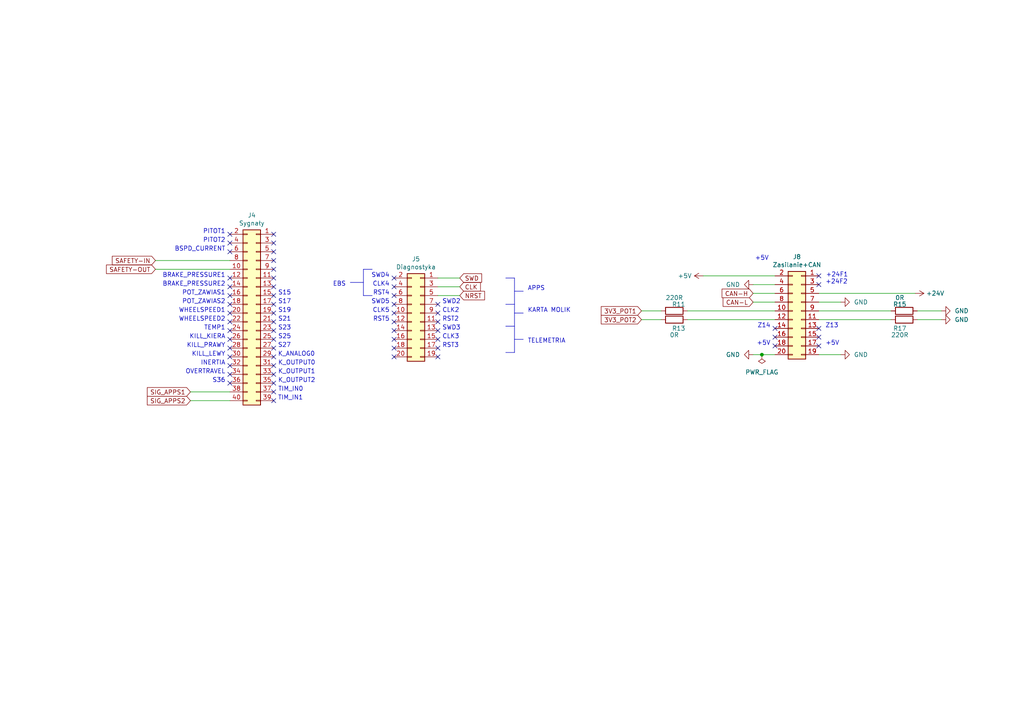
<source format=kicad_sch>
(kicad_sch (version 20230121) (generator eeschema)
  (paper "A4")
  (lib_symbols
    (symbol "Device:R" (pin_numbers hide) (pin_names (offset 0))
      (property "Reference" "R" (at 2.032 0 90))
      (property "Value" "R" (at 0 0 90))
      (symbol "R_0_1"
        (rectangle (start -1.016 -2.54) (end 1.016 2.54) (stroke (width 0.254)))
      )
      (symbol "R_1_1"
        (pin passive line (at 0 3.81 270) (length 1.27) (name "~") (number "1"))
        (pin passive line (at 0 -3.81 90) (length 1.27) (name "~") (number "2"))
      )
    )
    (symbol "conn_02x10_odd_even:Conn_02x10_Odd_Even" (pin_names (offset 1.016) hide)
      (property "Reference" "J" (at 1.27 12.7 0))
      (property "Value" "conn_02x10_odd_even_Conn_02x10_Odd_Even" (at 1.27 -15.24 0))
      (symbol "Conn_02x10_Odd_Even_1_1"
        (rectangle (start -1.27 -12.573) (end 0 -12.827) (stroke (width 0.1524)))
        (rectangle (start -1.27 -10.033) (end 0 -10.287) (stroke (width 0.1524)))
        (rectangle (start -1.27 -7.493) (end 0 -7.747) (stroke (width 0.1524)))
        (rectangle (start -1.27 -4.953) (end 0 -5.207) (stroke (width 0.1524)))
        (rectangle (start -1.27 -2.413) (end 0 -2.667) (stroke (width 0.1524)))
        (rectangle (start -1.27 0.127) (end 0 -0.127) (stroke (width 0.1524)))
        (rectangle (start -1.27 2.667) (end 0 2.413) (stroke (width 0.1524)))
        (rectangle (start -1.27 5.207) (end 0 4.953) (stroke (width 0.1524)))
        (rectangle (start -1.27 7.747) (end 0 7.493) (stroke (width 0.1524)))
        (rectangle (start -1.27 10.287) (end 0 10.033) (stroke (width 0.1524)))
        (rectangle (start -1.27 11.43) (end 3.81 -13.97) (stroke (width 0.254)) (fill (type background)))
        (rectangle (start 3.81 -12.573) (end 2.54 -12.827) (stroke (width 0.1524)))
        (rectangle (start 3.81 -10.033) (end 2.54 -10.287) (stroke (width 0.1524)))
        (rectangle (start 3.81 -7.493) (end 2.54 -7.747) (stroke (width 0.1524)))
        (rectangle (start 3.81 -4.953) (end 2.54 -5.207) (stroke (width 0.1524)))
        (rectangle (start 3.81 -2.413) (end 2.54 -2.667) (stroke (width 0.1524)))
        (rectangle (start 3.81 0.127) (end 2.54 -0.127) (stroke (width 0.1524)))
        (rectangle (start 3.81 2.667) (end 2.54 2.413) (stroke (width 0.1524)))
        (rectangle (start 3.81 5.207) (end 2.54 4.953) (stroke (width 0.1524)))
        (rectangle (start 3.81 7.747) (end 2.54 7.493) (stroke (width 0.1524)))
        (rectangle (start 3.81 10.287) (end 2.54 10.033) (stroke (width 0.1524)))
        (pin passive line (at 7.62 10.16 180) (length 3.81) (name "Pin_1") (number "1"))
        (pin passive line (at -5.08 0 0) (length 3.81) (name "Pin_10") (number "10"))
        (pin passive line (at 7.62 -2.54 180) (length 3.81) (name "Pin_11") (number "11"))
        (pin passive line (at -5.08 -2.54 0) (length 3.81) (name "Pin_12") (number "12"))
        (pin passive line (at 7.62 -5.08 180) (length 3.81) (name "Pin_13") (number "13"))
        (pin passive line (at -5.08 -5.08 0) (length 3.81) (name "Pin_14") (number "14"))
        (pin passive line (at 7.62 -7.62 180) (length 3.81) (name "Pin_15") (number "15"))
        (pin passive line (at -5.08 -7.62 0) (length 3.81) (name "Pin_16") (number "16"))
        (pin passive line (at 7.62 -10.16 180) (length 3.81) (name "Pin_17") (number "17"))
        (pin passive line (at -5.08 -10.16 0) (length 3.81) (name "Pin_18") (number "18"))
        (pin passive line (at 7.62 -12.7 180) (length 3.81) (name "Pin_19") (number "19"))
        (pin passive line (at -5.08 10.16 0) (length 3.81) (name "Pin_2") (number "2"))
        (pin passive line (at -5.08 -12.7 0) (length 3.81) (name "Pin_20") (number "20"))
        (pin passive line (at 7.62 7.62 180) (length 3.81) (name "Pin_3") (number "3"))
        (pin passive line (at -5.08 7.62 0) (length 3.81) (name "Pin_4") (number "4"))
        (pin passive line (at 7.62 5.08 180) (length 3.81) (name "Pin_5") (number "5"))
        (pin passive line (at -5.08 5.08 0) (length 3.81) (name "Pin_6") (number "6"))
        (pin passive line (at 7.62 2.54 180) (length 3.81) (name "Pin_7") (number "7"))
        (pin passive line (at -5.08 2.54 0) (length 3.81) (name "Pin_8") (number "8"))
        (pin passive line (at 7.62 0 180) (length 3.81) (name "Pin_9") (number "9"))
      )
    )
    (symbol "conn_02x20_odd_even:Conn_02x20_Odd_Even" (pin_names (offset 1.016) hide)
      (property "Reference" "J" (at 1.27 25.4 0))
      (property "Value" "conn_02x20_odd_even_Conn_02x20_Odd_Even" (at 30.48 -25.4 0))
      (symbol "Conn_02x20_Odd_Even_1_1"
        (rectangle (start -1.27 -25.273) (end 0 -25.527) (stroke (width 0.1524)))
        (rectangle (start -1.27 -22.733) (end 0 -22.987) (stroke (width 0.1524)))
        (rectangle (start -1.27 -20.193) (end 0 -20.447) (stroke (width 0.1524)))
        (rectangle (start -1.27 -17.653) (end 0 -17.907) (stroke (width 0.1524)))
        (rectangle (start -1.27 -15.113) (end 0 -15.367) (stroke (width 0.1524)))
        (rectangle (start -1.27 -12.573) (end 0 -12.827) (stroke (width 0.1524)))
        (rectangle (start -1.27 -10.033) (end 0 -10.287) (stroke (width 0.1524)))
        (rectangle (start -1.27 -7.493) (end 0 -7.747) (stroke (width 0.1524)))
        (rectangle (start -1.27 -4.953) (end 0 -5.207) (stroke (width 0.1524)))
        (rectangle (start -1.27 -2.413) (end 0 -2.667) (stroke (width 0.1524)))
        (rectangle (start -1.27 0.127) (end 0 -0.127) (stroke (width 0.1524)))
        (rectangle (start -1.27 2.667) (end 0 2.413) (stroke (width 0.1524)))
        (rectangle (start -1.27 5.207) (end 0 4.953) (stroke (width 0.1524)))
        (rectangle (start -1.27 7.747) (end 0 7.493) (stroke (width 0.1524)))
        (rectangle (start -1.27 10.287) (end 0 10.033) (stroke (width 0.1524)))
        (rectangle (start -1.27 12.827) (end 0 12.573) (stroke (width 0.1524)))
        (rectangle (start -1.27 15.367) (end 0 15.113) (stroke (width 0.1524)))
        (rectangle (start -1.27 17.907) (end 0 17.653) (stroke (width 0.1524)))
        (rectangle (start -1.27 20.447) (end 0 20.193) (stroke (width 0.1524)))
        (rectangle (start -1.27 22.987) (end 0 22.733) (stroke (width 0.1524)))
        (rectangle (start -1.27 24.13) (end 3.81 -26.67) (stroke (width 0.254)) (fill (type background)))
        (rectangle (start 3.81 -25.273) (end 2.54 -25.527) (stroke (width 0.1524)))
        (rectangle (start 3.81 -22.733) (end 2.54 -22.987) (stroke (width 0.1524)))
        (rectangle (start 3.81 -20.193) (end 2.54 -20.447) (stroke (width 0.1524)))
        (rectangle (start 3.81 -17.653) (end 2.54 -17.907) (stroke (width 0.1524)))
        (rectangle (start 3.81 -15.113) (end 2.54 -15.367) (stroke (width 0.1524)))
        (rectangle (start 3.81 -12.573) (end 2.54 -12.827) (stroke (width 0.1524)))
        (rectangle (start 3.81 -10.033) (end 2.54 -10.287) (stroke (width 0.1524)))
        (rectangle (start 3.81 -7.493) (end 2.54 -7.747) (stroke (width 0.1524)))
        (rectangle (start 3.81 -4.953) (end 2.54 -5.207) (stroke (width 0.1524)))
        (rectangle (start 3.81 -2.413) (end 2.54 -2.667) (stroke (width 0.1524)))
        (rectangle (start 3.81 0.127) (end 2.54 -0.127) (stroke (width 0.1524)))
        (rectangle (start 3.81 2.667) (end 2.54 2.413) (stroke (width 0.1524)))
        (rectangle (start 3.81 5.207) (end 2.54 4.953) (stroke (width 0.1524)))
        (rectangle (start 3.81 7.747) (end 2.54 7.493) (stroke (width 0.1524)))
        (rectangle (start 3.81 10.287) (end 2.54 10.033) (stroke (width 0.1524)))
        (rectangle (start 3.81 12.827) (end 2.54 12.573) (stroke (width 0.1524)))
        (rectangle (start 3.81 15.367) (end 2.54 15.113) (stroke (width 0.1524)))
        (rectangle (start 3.81 17.907) (end 2.54 17.653) (stroke (width 0.1524)))
        (rectangle (start 3.81 20.447) (end 2.54 20.193) (stroke (width 0.1524)))
        (rectangle (start 3.81 22.987) (end 2.54 22.733) (stroke (width 0.1524)))
        (pin passive line (at 7.62 22.86 180) (length 3.81) (name "Pin_1") (number "1"))
        (pin passive line (at -5.08 12.7 0) (length 3.81) (name "Pin_10") (number "10"))
        (pin passive line (at 7.62 10.16 180) (length 3.81) (name "Pin_11") (number "11"))
        (pin passive line (at -5.08 10.16 0) (length 3.81) (name "Pin_12") (number "12"))
        (pin passive line (at 7.62 7.62 180) (length 3.81) (name "Pin_13") (number "13"))
        (pin passive line (at -5.08 7.62 0) (length 3.81) (name "Pin_14") (number "14"))
        (pin passive line (at 7.62 5.08 180) (length 3.81) (name "Pin_15") (number "15"))
        (pin passive line (at -5.08 5.08 0) (length 3.81) (name "Pin_16") (number "16"))
        (pin passive line (at 7.62 2.54 180) (length 3.81) (name "Pin_17") (number "17"))
        (pin passive line (at -5.08 2.54 0) (length 3.81) (name "Pin_18") (number "18"))
        (pin passive line (at 7.62 0 180) (length 3.81) (name "Pin_19") (number "19"))
        (pin passive line (at -5.08 22.86 0) (length 3.81) (name "Pin_2") (number "2"))
        (pin passive line (at -5.08 0 0) (length 3.81) (name "Pin_20") (number "20"))
        (pin passive line (at 7.62 -2.54 180) (length 3.81) (name "Pin_21") (number "21"))
        (pin passive line (at -5.08 -2.54 0) (length 3.81) (name "Pin_22") (number "22"))
        (pin passive line (at 7.62 -5.08 180) (length 3.81) (name "Pin_23") (number "23"))
        (pin passive line (at -5.08 -5.08 0) (length 3.81) (name "Pin_24") (number "24"))
        (pin passive line (at 7.62 -7.62 180) (length 3.81) (name "Pin_25") (number "25"))
        (pin passive line (at -5.08 -7.62 0) (length 3.81) (name "Pin_26") (number "26"))
        (pin passive line (at 7.62 -10.16 180) (length 3.81) (name "Pin_27") (number "27"))
        (pin passive line (at -5.08 -10.16 0) (length 3.81) (name "Pin_28") (number "28"))
        (pin passive line (at 7.62 -12.7 180) (length 3.81) (name "Pin_29") (number "29"))
        (pin passive line (at 7.62 20.32 180) (length 3.81) (name "Pin_3") (number "3"))
        (pin passive line (at -5.08 -12.7 0) (length 3.81) (name "Pin_30") (number "30"))
        (pin passive line (at 7.62 -15.24 180) (length 3.81) (name "Pin_31") (number "31"))
        (pin passive line (at -5.08 -15.24 0) (length 3.81) (name "Pin_32") (number "32"))
        (pin passive line (at 7.62 -17.78 180) (length 3.81) (name "Pin_33") (number "33"))
        (pin passive line (at -5.08 -17.78 0) (length 3.81) (name "Pin_34") (number "34"))
        (pin passive line (at 7.62 -20.32 180) (length 3.81) (name "Pin_35") (number "35"))
        (pin passive line (at -5.08 -20.32 0) (length 3.81) (name "Pin_36") (number "36"))
        (pin passive line (at 7.62 -22.86 180) (length 3.81) (name "Pin_37") (number "37"))
        (pin passive line (at -5.08 -22.86 0) (length 3.81) (name "Pin_38") (number "38"))
        (pin passive line (at 7.62 -25.4 180) (length 3.81) (name "Pin_39") (number "39"))
        (pin passive line (at -5.08 20.32 0) (length 3.81) (name "Pin_4") (number "4"))
        (pin passive line (at -5.08 -25.4 0) (length 3.81) (name "Pin_40") (number "40"))
        (pin passive line (at 7.62 17.78 180) (length 3.81) (name "Pin_5") (number "5"))
        (pin passive line (at -5.08 17.78 0) (length 3.81) (name "Pin_6") (number "6"))
        (pin passive line (at 7.62 15.24 180) (length 3.81) (name "Pin_7") (number "7"))
        (pin passive line (at -5.08 15.24 0) (length 3.81) (name "Pin_8") (number "8"))
        (pin passive line (at 7.62 12.7 180) (length 3.81) (name "Pin_9") (number "9"))
      )
    )
    (symbol "power:+24V" (power) (pin_names (offset 0))
      (property "Value" "+24V" (at 0 3.556 0))
      (symbol "+24V_0_1"
        (polyline (pts (xy -0.762 1.27) (xy 0 2.54)))
        (polyline (pts (xy 0 0) (xy 0 2.54)))
        (polyline (pts (xy 0 2.54) (xy 0.762 1.27)))
      )
      (symbol "+24V_1_1"
        (pin power_in line (at 0 0 90) (length 0) hide (name "+24V") (number "1"))
      )
    )
    (symbol "power:+5V" (power) (pin_names (offset 0))
      (property "Value" "+5V" (at 0 3.556 0))
      (symbol "+5V_0_1"
        (polyline (pts (xy -0.762 1.27) (xy 0 2.54)))
        (polyline (pts (xy 0 0) (xy 0 2.54)))
        (polyline (pts (xy 0 2.54) (xy 0.762 1.27)))
      )
      (symbol "+5V_1_1"
        (pin power_in line (at 0 0 90) (length 0) hide (name "+5V") (number "1"))
      )
    )
    (symbol "power:GND" (power) (pin_names (offset 0))
      (property "Value" "GND" (at 0 -3.81 0))
      (symbol "GND_0_1"
        (polyline (pts (xy 0 0) (xy 0 -1.27) (xy 1.27 -1.27) (xy 0 -2.54) (xy -1.27 -1.27) (xy 0 -1.27)))
      )
      (symbol "GND_1_1"
        (pin power_in line (at 0 0 270) (length 0) hide (name "GND") (number "1"))
      )
    )
    (symbol "power:PWR_FLAG" (power) (pin_numbers hide) (pin_names (offset 0) hide)
      (property "Value" "PWR_FLAG" (at 0 3.81 0))
      (symbol "PWR_FLAG_0_0"
        (pin power_out line (at 0 0 90) (length 0) (name "pwr") (number "1"))
      )
      (symbol "PWR_FLAG_0_1"
        (polyline (pts (xy 0 0) (xy 0 1.27) (xy -1.016 1.905) (xy 0 2.54) (xy 1.016 1.905) (xy 0 1.27)))
      )
    )
  )
  (junction (at 220.98 102.87))
  (no_connect (at 79.375 70.485))
  (no_connect (at 127 88.265))
  (no_connect (at 127 100.965))
  (no_connect (at 127 90.805))
  (no_connect (at 127 93.345))
  (no_connect (at 114.3 80.645))
  (no_connect (at 114.3 83.185))
  (no_connect (at 114.3 85.725))
  (no_connect (at 114.3 88.265))
  (no_connect (at 114.3 90.805))
  (no_connect (at 114.3 93.345))
  (no_connect (at 127 95.885))
  (no_connect (at 127 98.425))
  (no_connect (at 114.3 100.965))
  (no_connect (at 79.375 67.945))
  (no_connect (at 79.375 75.565))
  (no_connect (at 79.375 73.025))
  (no_connect (at 66.675 106.045))
  (no_connect (at 66.675 108.585))
  (no_connect (at 66.675 111.125))
  (no_connect (at 66.675 95.885))
  (no_connect (at 66.675 98.425))
  (no_connect (at 66.675 100.965))
  (no_connect (at 66.675 103.505))
  (no_connect (at 66.675 85.725))
  (no_connect (at 66.675 88.265))
  (no_connect (at 66.675 90.805))
  (no_connect (at 66.675 93.345))
  (no_connect (at 66.675 67.945))
  (no_connect (at 66.675 70.485))
  (no_connect (at 66.675 73.025))
  (no_connect (at 66.675 80.645))
  (no_connect (at 66.675 83.185))
  (no_connect (at 79.375 78.105))
  (no_connect (at 237.49 82.55))
  (no_connect (at 237.49 100.33))
  (no_connect (at 237.49 95.25))
  (no_connect (at 224.79 95.25))
  (no_connect (at 224.79 100.33))
  (no_connect (at 237.49 97.79))
  (no_connect (at 79.375 106.045))
  (no_connect (at 79.375 98.425))
  (no_connect (at 79.375 100.965))
  (no_connect (at 79.375 103.505))
  (no_connect (at 79.375 108.585))
  (no_connect (at 79.375 111.125))
  (no_connect (at 79.375 113.665))
  (no_connect (at 79.375 116.205))
  (no_connect (at 79.375 88.265))
  (no_connect (at 79.375 90.805))
  (no_connect (at 79.375 93.345))
  (no_connect (at 79.375 95.885))
  (no_connect (at 79.375 85.725))
  (no_connect (at 114.3 95.885))
  (no_connect (at 237.49 80.01))
  (no_connect (at 114.3 98.425))
  (no_connect (at 79.375 83.185))
  (no_connect (at 79.375 80.645))
  (no_connect (at 114.3 103.505))
  (no_connect (at 224.79 97.79))
  (no_connect (at 127 103.505))
  (polyline (pts (xy 149.225 80.645) (xy 149.225 102.235)))
  (wire (pts (xy 127 85.725) (xy 133.35 85.725)))
  (wire (pts (xy 237.49 90.17) (xy 258.445 90.17)))
  (wire (pts (xy 266.065 90.17) (xy 273.05 90.17)))
  (wire (pts (xy 237.49 85.09) (xy 265.43 85.09)))
  (polyline (pts (xy 105.41 85.725) (xy 107.95 85.725)))
  (polyline (pts (xy 149.225 84.455) (xy 151.765 84.455)))
  (polyline (pts (xy 149.225 98.425) (xy 151.765 98.425)))
  (polyline (pts (xy 149.225 94.615) (xy 146.685 94.615)))
  (wire (pts (xy 45.085 75.565) (xy 66.675 75.565)))
  (wire (pts (xy 45.085 78.105) (xy 66.675 78.105)))
  (wire (pts (xy 224.79 102.87) (xy 220.98 102.87)))
  (wire (pts (xy 127 83.185) (xy 133.35 83.185)))
  (polyline (pts (xy 105.41 81.915) (xy 101.6 81.915)))
  (polyline (pts (xy 149.225 102.235) (xy 146.685 102.235)))
  (wire (pts (xy 224.79 82.55) (xy 218.44 82.55)))
  (polyline (pts (xy 149.225 90.805) (xy 151.765 90.805)))
  (wire (pts (xy 266.065 92.71) (xy 273.05 92.71)))
  (wire (pts (xy 199.39 92.71) (xy 224.79 92.71)))
  (wire (pts (xy 224.79 87.63) (xy 218.44 87.63)))
  (wire (pts (xy 237.49 87.63) (xy 243.84 87.63)))
  (polyline (pts (xy 107.95 78.105) (xy 105.41 78.105)))
  (wire (pts (xy 199.39 90.17) (xy 224.79 90.17)))
  (wire (pts (xy 186.055 92.71) (xy 191.77 92.71)))
  (wire (pts (xy 237.49 102.87) (xy 243.84 102.87)))
  (polyline (pts (xy 146.685 80.645) (xy 149.225 80.645)))
  (wire (pts (xy 55.245 116.205) (xy 66.675 116.205)))
  (wire (pts (xy 224.79 80.01) (xy 203.962 80.01)))
  (wire (pts (xy 220.98 102.87) (xy 218.44 102.87)))
  (wire (pts (xy 55.245 113.665) (xy 66.675 113.665)))
  (wire (pts (xy 224.79 85.09) (xy 218.44 85.09)))
  (wire (pts (xy 127 80.645) (xy 133.35 80.645)))
  (wire (pts (xy 186.055 90.17) (xy 191.77 90.17)))
  (polyline (pts (xy 149.225 88.265) (xy 146.685 88.265)))
  (wire (pts (xy 237.49 92.71) (xy 258.445 92.71)))
  (polyline (pts (xy 105.41 78.105) (xy 105.41 85.725)))
  (text "OVERTRAVEL" (at 65.405 108.585 0) (effects (font (size 1.27 1.27)) (justify right bottom)))
  (text "S19\n" (at 80.645 90.805 0) (effects (font (size 1.27 1.27)) (justify left bottom)))
  (text "K_OUTPUT0" (at 80.645 106.045 0) (effects (font (size 1.27 1.27)) (justify left bottom)))
  (text "SWD4" (at 113.03 80.645 0) (effects (font (size 1.27 1.27)) (justify right bottom)))
  (text "WHEELSPEED2" (at 65.405 93.345 0) (effects (font (size 1.27 1.27)) (justify right bottom)))
  (text "CLK2" (at 128.27 90.805 0) (effects (font (size 1.27 1.27)) (justify left bottom)))
  (text "+24F1" (at 239.522 80.518 0) (effects (font (size 1.27 1.27)) (justify left bottom)))
  (text "PITOT2" (at 65.405 70.485 0) (effects (font (size 1.27 1.27)) (justify right bottom)))
  (text "SWD5" (at 113.03 88.265 0) (effects (font (size 1.27 1.27)) (justify right bottom)))
  (text "KILL_PRAWY" (at 65.405 100.965 0) (effects (font (size 1.27 1.27)) (justify right bottom)))
  (text "BRAKE_PRESSURE2\n" (at 65.405 83.185 0) (effects (font (size 1.27 1.27)) (justify right bottom)))
  (text "+24F2\n" (at 239.395 82.55 0) (effects (font (size 1.27 1.27)) (justify left bottom)))
  (text "POT_ZAWIAS2" (at 65.405 88.265 0) (effects (font (size 1.27 1.27)) (justify right bottom)))
  (text "PITOT1" (at 65.405 67.945 0) (effects (font (size 1.27 1.27)) (justify right bottom)))
  (text "RST4\n" (at 113.03 85.725 0) (effects (font (size 1.27 1.27)) (justify right bottom)))
  (text "TEMP1" (at 65.405 95.885 0) (effects (font (size 1.27 1.27)) (justify right bottom)))
  (text "S36\n" (at 65.405 111.125 0) (effects (font (size 1.27 1.27)) (justify right bottom)))
  (text "BSPD_CURRENT" (at 65.405 73.025 0) (effects (font (size 1.27 1.27)) (justify right bottom)))
  (text "SWD2\n" (at 128.27 88.265 0) (effects (font (size 1.27 1.27)) (justify left bottom)))
  (text "K_ANALOG0" (at 80.593 103.5039 0) (effects (font (size 1.27 1.27)) (justify left bottom)))
  (text "S15" (at 80.645 85.725 0) (effects (font (size 1.27 1.27)) (justify left bottom)))
  (text "SWD3" (at 128.27 95.885 0) (effects (font (size 1.27 1.27)) (justify left bottom)))
  (text "CLK3" (at 128.27 98.425 0) (effects (font (size 1.27 1.27)) (justify left bottom)))
  (text "BRAKE_PRESSURE1" (at 65.405 80.645 0) (effects (font (size 1.27 1.27)) (justify right bottom)))
  (text "TELEMETRIA" (at 153.035 99.695 0) (effects (font (size 1.27 1.27)) (justify left bottom)))
  (text "KILL_LEWY" (at 65.405 103.505 0) (effects (font (size 1.27 1.27)) (justify right bottom)))
  (text "WHEELSPEED1" (at 65.405 90.805 0) (effects (font (size 1.27 1.27)) (justify right bottom)))
  (text "APPS" (at 153.035 84.455 0) (effects (font (size 1.27 1.27)) (justify left bottom)))
  (text "Z14" (at 223.52 95.25 0) (effects (font (size 1.27 1.27)) (justify right bottom)))
  (text "S23" (at 80.645 95.885 0) (effects (font (size 1.27 1.27)) (justify left bottom)))
  (text "RST5" (at 113.03 93.345 0) (effects (font (size 1.27 1.27)) (justify right bottom)))
  (text "KARTA MOLIK" (at 153.035 90.805 0) (effects (font (size 1.27 1.27)) (justify left bottom)))
  (text "CLK5" (at 113.03 90.805 0) (effects (font (size 1.27 1.27)) (justify right bottom)))
  (text "K_OUTPUT2" (at 80.645 111.125 0) (effects (font (size 1.27 1.27)) (justify left bottom)))
  (text "+5V" (at 239.395 100.33 0) (effects (font (size 1.27 1.27)) (justify left bottom)))
  (text "K_OUTPUT1" (at 80.645 108.585 0) (effects (font (size 1.27 1.27)) (justify left bottom)))
  (text "RST3" (at 128.27 100.965 0) (effects (font (size 1.27 1.27)) (justify left bottom)))
  (text "S25\n" (at 80.645 98.425 0) (effects (font (size 1.27 1.27)) (justify left bottom)))
  (text "+5V" (at 223.012 75.692 0) (effects (font (size 1.27 1.27)) (justify right bottom)))
  (text "TIM_IN0" (at 80.645 113.665 0) (effects (font (size 1.27 1.27)) (justify left bottom)))
  (text "S27" (at 80.593 100.9467 0) (effects (font (size 1.27 1.27)) (justify left bottom)))
  (text "KILL_KIERA" (at 65.405 98.425 0) (effects (font (size 1.27 1.27)) (justify right bottom)))
  (text "Z13" (at 239.395 95.25 0) (effects (font (size 1.27 1.27)) (justify left bottom)))
  (text "TIM_IN1" (at 80.593 116.1856 0) (effects (font (size 1.27 1.27)) (justify left bottom)))
  (text "RST2" (at 128.27 93.345 0) (effects (font (size 1.27 1.27)) (justify left bottom)))
  (text "CLK4" (at 113.03 83.185 0) (effects (font (size 1.27 1.27)) (justify right bottom)))
  (text "POT_ZAWIAS1" (at 65.405 85.725 0) (effects (font (size 1.27 1.27)) (justify right bottom)))
  (text "S17" (at 80.645 88.265 0) (effects (font (size 1.27 1.27)) (justify left bottom)))
  (text "INERTIA\n" (at 65.405 106.045 0) (effects (font (size 1.27 1.27)) (justify right bottom)))
  (text "S21" (at 80.645 93.345 0) (effects (font (size 1.27 1.27)) (justify left bottom)))
  (text "+5V" (at 223.52 100.33 0) (effects (font (size 1.27 1.27)) (justify right bottom)))
  (text "EBS" (at 96.52 83.185 0) (effects (font (size 1.27 1.27)) (justify left bottom)))
  (global_label "SAFETY-OUT" (shape input) (at 45.085 78.105 180) (property "Intersheetrefs" "${INTERSHEET_REFS}" (effects hide)))
  (global_label "3V3_POT2" (shape input) (at 186.055 92.71 180) (property "Intersheetrefs" "${INTERSHEET_REFS}" (effects hide)))
  (global_label "SWD" (shape input) (at 133.35 80.645 0) (property "Intersheetrefs" "${INTERSHEET_REFS}" (effects hide)))
  (global_label "NRST" (shape input) (at 133.35 85.725 0) (property "Intersheetrefs" "${INTERSHEET_REFS}" (effects hide)))
  (global_label "SAFETY-IN" (shape input) (at 45.085 75.565 180) (property "Intersheetrefs" "${INTERSHEET_REFS}" (effects hide)))
  (global_label "CAN-L" (shape input) (at 218.44 87.63 180) (property "Intersheetrefs" "${INTERSHEET_REFS}" (effects hide)))
  (global_label "SIG_APPS1" (shape input) (at 55.245 113.665 180) (property "Intersheetrefs" "${INTERSHEET_REFS}" (effects hide)))
  (global_label "3V3_POT1" (shape input) (at 186.055 90.17 180) (property "Intersheetrefs" "${INTERSHEET_REFS}" (effects hide)))
  (global_label "CLK" (shape input) (at 133.35 83.185 0) (property "Intersheetrefs" "${INTERSHEET_REFS}" (effects hide)))
  (global_label "CAN-H" (shape input) (at 218.44 85.09 180) (property "Intersheetrefs" "${INTERSHEET_REFS}" (effects hide)))
  (global_label "SIG_APPS2" (shape input) (at 55.245 116.205 180) (property "Intersheetrefs" "${INTERSHEET_REFS}" (effects hide)))
  (symbol (lib_id "power:+5V") (at 203.962 80.01 90) (unit 1)
    (property "Reference" "#PWR0113" (effects hide))
    (property "Value" "+5V" (at 200.66 80.0099 90) (effects (justify left)))
  )
  (symbol (lib_id "Device:R") (at 262.255 92.71 270) (unit 1)
    (property "Reference" "R17" (at 260.985 95.25 90))
    (property "Value" "220R" (at 260.985 97.155 90))
    (property "Footprint" "Resistor_SMD:R_0603_1608Metric_Pad0.98x0.95mm_HandSolder" (effects hide))
  )
  (symbol (lib_id "power:+24V") (at 265.43 85.09 270) (unit 1)
    (property "Reference" "#PWR0111" (effects hide))
    (property "Value" "+24V" (at 268.605 85.0899 90) (effects (justify left)))
  )
  (symbol (lib_id "power:GND") (at 273.05 92.71 90) (unit 1)
    (property "Reference" "#PWR0110" (effects hide))
    (property "Value" "GND" (at 276.86 92.7099 90) (effects (justify right)))
  )
  (symbol (lib_id "power:GND") (at 243.84 102.87 90) (unit 1)
    (property "Reference" "#PWR0105" (effects hide))
    (property "Value" "GND" (at 247.65 102.8699 90) (effects (justify right)))
  )
  (symbol (lib_id "conn_02x10_odd_even:Conn_02x10_Odd_Even") (at 119.38 90.805 0) (unit 1)
    (property "Reference" "J5" (at 120.65 75.1332 0))
    (property "Value" "Diagnostyka" (at 120.65 77.4446 0))
    (property "Footprint" "Connector_PinSocket_2.54mm:PinSocket_2x10_P2.54mm_Vertical" (effects hide))
  )
  (symbol (lib_id "power:GND") (at 218.44 102.87 270) (unit 1)
    (property "Reference" "#PWR0107" (effects hide))
    (property "Value" "GND" (at 214.63 102.8699 90) (effects (justify right)))
  )
  (symbol (lib_id "power:GND") (at 243.84 87.63 90) (unit 1)
    (property "Reference" "#PWR0108" (effects hide))
    (property "Value" "GND" (at 247.65 87.6299 90) (effects (justify right)))
  )
  (symbol (lib_id "power:GND") (at 273.05 90.17 90) (unit 1)
    (property "Reference" "#PWR0109" (effects hide))
    (property "Value" "GND" (at 276.86 90.1699 90) (effects (justify right)))
  )
  (symbol (lib_id "conn_02x10_odd_even:Conn_02x10_Odd_Even") (at 229.87 90.17 0) (unit 1)
    (property "Reference" "J8" (at 231.14 74.4982 0))
    (property "Value" "Zasilanie+CAN" (at 231.14 76.8096 0))
    (property "Footprint" "Connector_PinSocket_2.54mm:PinSocket_2x10_P2.54mm_Vertical" (effects hide))
  )
  (symbol (lib_id "conn_02x20_odd_even:Conn_02x20_Odd_Even") (at 71.755 90.805 0) (unit 1)
    (property "Reference" "J4" (at 73.025 62.4332 0))
    (property "Value" "Sygnały" (at 73.025 64.7446 0))
    (property "Footprint" "Connector_PinSocket_2.54mm:PinSocket_2x20_P2.54mm_Vertical" (effects hide))
  )
  (symbol (lib_id "power:GND") (at 218.44 82.55 270) (unit 1)
    (property "Reference" "#PWR0106" (effects hide))
    (property "Value" "GND" (at 214.63 82.5499 90) (effects (justify right)))
  )
  (symbol (lib_id "Device:R") (at 195.58 90.17 90) (unit 1)
    (property "Reference" "R11" (at 196.85 88.265 90))
    (property "Value" "220R" (at 195.58 86.36 90))
    (property "Footprint" "Resistor_SMD:R_0603_1608Metric_Pad0.98x0.95mm_HandSolder" (effects hide))
  )
  (symbol (lib_id "Device:R") (at 262.255 90.17 270) (unit 1)
    (property "Reference" "R15" (at 260.985 88.265 90))
    (property "Value" "0R" (at 260.985 86.36 90))
    (property "Footprint" "Resistor_SMD:R_0603_1608Metric_Pad0.98x0.95mm_HandSolder" (effects hide))
  )
  (symbol (lib_id "Device:R") (at 195.58 92.71 90) (unit 1)
    (property "Reference" "R13" (at 196.85 95.25 90))
    (property "Value" "0R" (at 195.58 97.155 90))
    (property "Footprint" "Resistor_SMD:R_0603_1608Metric_Pad0.98x0.95mm_HandSolder" (effects hide))
  )
  (symbol (lib_id "power:PWR_FLAG") (at 220.98 102.87 180) (unit 1)
    (property "Reference" "#FLG0101" (effects hide))
    (property "Value" "PWR_FLAG" (at 220.98 107.95 0))
  )
)
</source>
